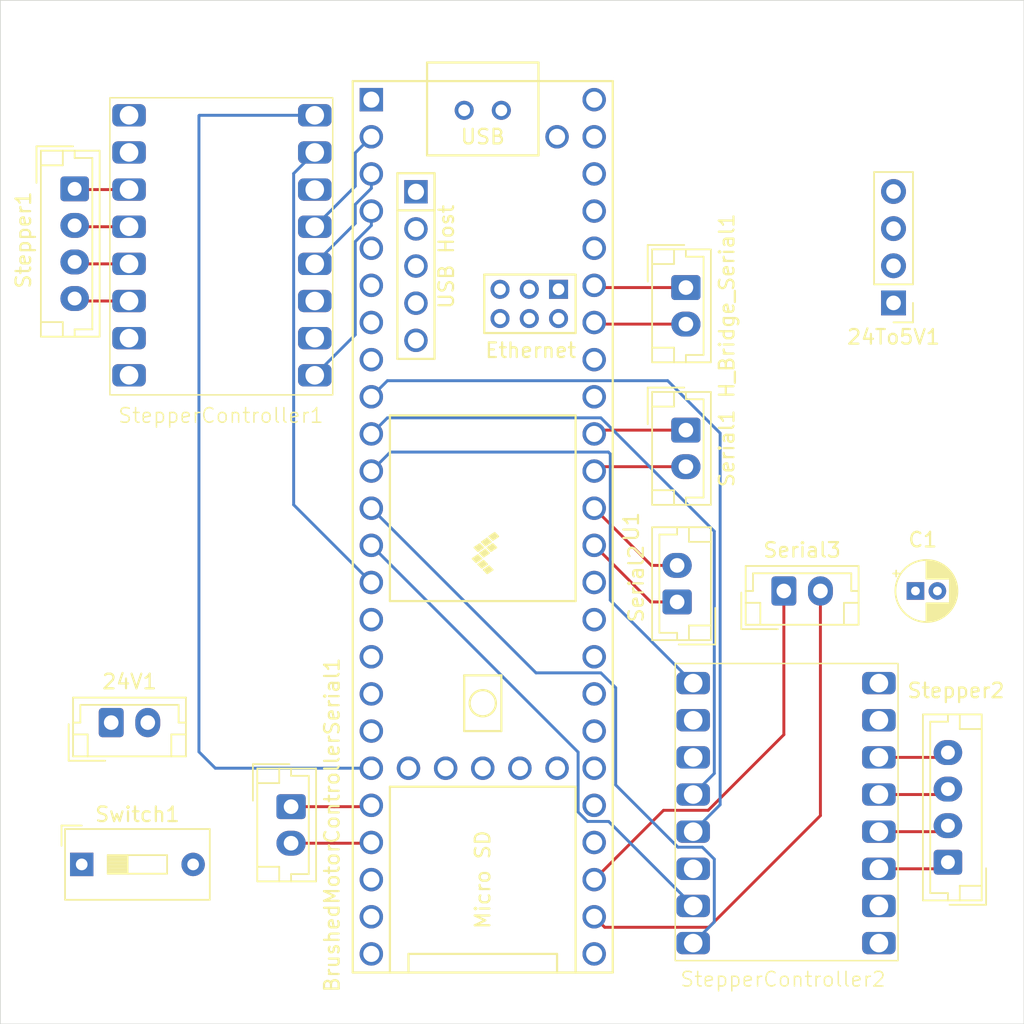
<source format=kicad_pcb>
(kicad_pcb (version 20240108) (generator "pcbnew") (generator_version "8.0")
  (layers (0 "F.Cu" signal "Data Lines 1") (1 "In1.Cu" power "GND") (2 "In2.Cu" power "VCC") (31 "B.Cu" signal "Data Lines 2") (34 "B.Paste" user) (35 "F.Paste" user) (36 "B.SilkS" user "B.Silkscreen") (37 "F.SilkS" user "F.Silkscreen") (38 "B.Mask" user) (39 "F.Mask" user) (44 "Edge.Cuts" user))
  (net 0 "")
  (net 2 "Net-(24To5V1-Vin)")
  (net 3 "Net-(24V1-Pin_1)")
  (net 4 "Net-(Stepper1-Pin_1)")
  (net 5 "Net-(Stepper1-Pin_3)")
  (net 6 "Net-(Stepper1-Pin_2)")
  (net 7 "Net-(Stepper1-Pin_4)")
  (net 8 "Net-(Stepper2-Pin_2)")
  (net 9 "Net-(Stepper2-Pin_4)")
  (net 10 "Net-(Stepper2-Pin_3)")
  (net 11 "Net-(Stepper2-Pin_1)")
  (net 55 "/TX_Stepper_Motor_1")
  (net 56 "/3v3_Stepper_Motor_1")
  (net 57 "/DIR_Stepper_Motor_1")
  (net 58 "/RX_Stepper_Motor_1")
  (net 59 "/OUT_2")
  (net 60 "/RX_Stepper_Motor_2")
  (net 61 "/3v3_Stepper_Motor_2")
  (net 62 "/OUT_1")
  (net 63 "/DIR_Stepper_Motor_2")
  (net 64 "/TX_Stepper_Motor_2")
  (net 65 "/STEP_Stepper_Motor_2")
  (net 66 "/RX_5_H_Bridge")
  (net 67 "/TX_5_H_Bridge")
  (net 68 "/RX_drill")
  (net 69 "/TX_drill")
  (net 70 "/RX_Serial_1")
  (net 71 "/TX_Serial_1")
  (net 72 "/RX_Serial_2")
  (net 73 "/TX_Serial_2")
  (net 74 "/RX_Serial_3")
  (net 75 "/TX_Serial_3")
  (net 76 "/GND_Teensy")
  (net 81 "Net-(24To5V1-Vout)")
  (net 82 "/STEP_Stepper_Motor_1")
  (footprint "Connector_JST:JST_EH_B2B-EH-A_1x02_P2.50mm_Vertical" (layer "F.Cu") (at 118.58 105.39)
    (property "Reference" "Serial3" (at 1.25 -2.8 0) (layer "F.SilkS"))
    (property "Value" "Conn_01x02")
    (pad "1" thru_hole roundrect (at 0 0) (size 1.7 2) (drill 1) (layers "*.Cu" "*.Mask") (roundrect_rratio 0.147059) (net 75 "/TX_Serial_3"))
    (pad "2" thru_hole oval (at 2.5 0) (size 1.7 2) (drill 1) (layers "*.Cu" "*.Mask") (net 74 "/RX_Serial_3"))
  )
  (footprint "Connector_PinHeader_2.54mm:PinHeader_1x04_P2.54mm_Vertical" (layer "F.Cu") (at 126.08 85.69 180)
    (property "Reference" "24To5V1" (at 0 -2.33 0) (layer "F.SilkS"))
    (property "Value" "~")
    (pad "1" thru_hole rect (at 0 0 180) (size 1.7 1.7) (drill 1) (layers "*.Cu" "*.Mask"))
    (pad "2" thru_hole oval (at 0 2.54 180) (size 1.7 1.7) (drill 1) (layers "*.Cu" "*.Mask") (net 2 "Net-(24To5V1-Vin)"))
    (pad "3" thru_hole oval (at 0 5.08 180) (size 1.7 1.7) (drill 1) (layers "*.Cu" "*.Mask") (net 76 "/GND_Teensy"))
    (pad "4" thru_hole oval (at 0 7.62 180) (size 1.7 1.7) (drill 1) (layers "*.Cu" "*.Mask") (net 81 "Net-(24To5V1-Vout)"))
  )
  (footprint "Connector_JST:JST_EH_B4B-EH-A_1x04_P2.50mm_Vertical" (layer "F.Cu") (at 129.8 123.94 90)
    (property "Reference" "Stepper2" (at 11.74 0.55 180) (layer "F.SilkS"))
    (property "Value" "Conn_01x04")
    (pad "1" thru_hole roundrect (at 0 0 90) (size 1.7 1.95) (drill 0.95) (layers "*.Cu" "*.Mask") (roundrect_rratio 0.147059) (net 11 "Net-(Stepper2-Pin_1)"))
    (pad "2" thru_hole oval (at 2.5 0 90) (size 1.7 1.95) (drill 0.95) (layers "*.Cu" "*.Mask") (net 8 "Net-(Stepper2-Pin_2)"))
    (pad "3" thru_hole oval (at 5 0 90) (size 1.7 1.95) (drill 0.95) (layers "*.Cu" "*.Mask") (net 10 "Net-(Stepper2-Pin_3)"))
    (pad "4" thru_hole oval (at 7.5 0 90) (size 1.7 1.95) (drill 0.95) (layers "*.Cu" "*.Mask") (net 9 "Net-(Stepper2-Pin_4)"))
  )
  (footprint "Bigtreetech_TMC2209:Bigtree_Tech_TMC2209_V1.3" (layer "F.Cu") (at 80.08 81.89 180)
    (property "Reference" "StepperController1" (at 0 -11.5 0) (layer "F.SilkS") (effects (font (thickness 0.1))))
    (property "Value" "~")
    (pad "1" thru_hole roundrect (at -6.42 -8.75 180) (size 2.286 1.524) (drill 1.27) (layers "*.Cu" "*.Mask") (net 59 "/OUT_2"))
    (pad "2" thru_hole roundrect (at -6.42 -6.21 180) (size 2.286 1.524) (drill 1.27) (layers "*.Cu" "*.Mask"))
    (pad "3" thru_hole roundrect (at -6.42 -3.67 180) (size 2.286 1.524) (drill 1.27) (layers "*.Cu" "*.Mask"))
    (pad "4" thru_hole roundrect (at -6.42 -1.13 180) (size 2.286 1.524) (drill 1.27) (layers "*.Cu" "*.Mask") (net 55 "/TX_Stepper_Motor_1"))
    (pad "5" thru_hole roundrect (at -6.42 1.41 180) (size 2.286 1.524) (drill 1.27) (layers "*.Cu" "*.Mask") (net 58 "/RX_Stepper_Motor_1"))
    (pad "6" thru_hole roundrect (at -6.42 3.95 180) (size 2.286 1.524) (drill 1.27) (layers "*.Cu" "*.Mask"))
    (pad "7" thru_hole roundrect (at -6.42 6.49 180) (size 2.286 1.524) (drill 1.27) (layers "*.Cu" "*.Mask") (net 82 "/STEP_Stepper_Motor_1"))
    (pad "8" thru_hole roundrect (at -6.42 9.03 180) (size 2.286 1.524) (drill 1.27) (layers "*.Cu" "*.Mask") (net 57 "/DIR_Stepper_Motor_1"))
    (pad "9" thru_hole roundrect (at 6.28 -8.75 180) (size 2.286 1.524) (drill 1.27) (layers "*.Cu" "*.Mask") (net 2 "Net-(24To5V1-Vin)"))
    (pad "10" thru_hole roundrect (at 6.28 -6.21 180) (size 2.286 1.524) (drill 1.27) (layers "*.Cu" "*.Mask") (net 76 "/GND_Teensy"))
    (pad "11" thru_hole roundrect (at 6.28 -3.67 180) (size 2.286 1.524) (drill 1.27) (layers "*.Cu" "*.Mask") (net 7 "Net-(Stepper1-Pin_4)"))
    (pad "12" thru_hole roundrect (at 6.28 -1.13 180) (size 2.286 1.524) (drill 1.27) (layers "*.Cu" "*.Mask") (net 5 "Net-(Stepper1-Pin_3)"))
    (pad "13" thru_hole roundrect (at 6.28 1.41 180) (size 2.286 1.524) (drill 1.27) (layers "*.Cu" "*.Mask") (net 6 "Net-(Stepper1-Pin_2)"))
    (pad "14" thru_hole roundrect (at 6.28 3.95 180) (size 2.286 1.524) (drill 1.27) (layers "*.Cu" "*.Mask") (net 4 "Net-(Stepper1-Pin_1)"))
    (pad "15" thru_hole roundrect (at 6.28 6.49 180) (size 2.286 1.524) (drill 1.27) (layers "*.Cu" "*.Mask") (net 56 "/3v3_Stepper_Motor_1"))
    (pad "16" thru_hole roundrect (at 6.28 9.03 180) (size 2.286 1.524) (drill 1.27) (layers "*.Cu" "*.Mask") (net 76 "/GND_Teensy"))
  )
  (footprint "Bigtreetech_TMC2209:Bigtree_Tech_TMC2209_V1.3" (layer "F.Cu") (at 118.8 120.44)
    (property "Reference" "StepperController2" (at -0.28 11.505 0) (layer "F.SilkS") (effects (font (thickness 0.1))))
    (property "Value" "~")
    (pad "1" thru_hole roundrect (at -6.42 -8.75) (size 2.286 1.524) (drill 1.27) (layers "*.Cu" "*.Mask") (net 62 "/OUT_1"))
    (pad "2" thru_hole roundrect (at -6.42 -6.21) (size 2.286 1.524) (drill 1.27) (layers "*.Cu" "*.Mask"))
    (pad "3" thru_hole roundrect (at -6.42 -3.67) (size 2.286 1.524) (drill 1.27) (layers "*.Cu" "*.Mask"))
    (pad "4" thru_hole roundrect (at -6.42 -1.13) (size 2.286 1.524) (drill 1.27) (layers "*.Cu" "*.Mask") (net 64 "/TX_Stepper_Motor_2"))
    (pad "5" thru_hole roundrect (at -6.42 1.41) (size 2.286 1.524) (drill 1.27) (layers "*.Cu" "*.Mask") (net 60 "/RX_Stepper_Motor_2"))
    (pad "6" thru_hole roundrect (at -6.42 3.95) (size 2.286 1.524) (drill 1.27) (layers "*.Cu" "*.Mask"))
    (pad "7" thru_hole roundrect (at -6.42 6.49) (size 2.286 1.524) (drill 1.27) (layers "*.Cu" "*.Mask") (net 65 "/STEP_Stepper_Motor_2"))
    (pad "8" thru_hole roundrect (at -6.42 9.03) (size 2.286 1.524) (drill 1.27) (layers "*.Cu" "*.Mask") (net 63 "/DIR_Stepper_Motor_2"))
    (pad "9" thru_hole roundrect (at 6.28 -8.75) (size 2.286 1.524) (drill 1.27) (layers "*.Cu" "*.Mask") (net 2 "Net-(24To5V1-Vin)"))
    (pad "10" thru_hole roundrect (at 6.28 -6.21) (size 2.286 1.524) (drill 1.27) (layers "*.Cu" "*.Mask") (net 76 "/GND_Teensy"))
    (pad "11" thru_hole roundrect (at 6.28 -3.67) (size 2.286 1.524) (drill 1.27) (layers "*.Cu" "*.Mask") (net 9 "Net-(Stepper2-Pin_4)"))
    (pad "12" thru_hole roundrect (at 6.28 -1.13) (size 2.286 1.524) (drill 1.27) (layers "*.Cu" "*.Mask") (net 10 "Net-(Stepper2-Pin_3)"))
    (pad "13" thru_hole roundrect (at 6.28 1.41) (size 2.286 1.524) (drill 1.27) (layers "*.Cu" "*.Mask") (net 8 "Net-(Stepper2-Pin_2)"))
    (pad "14" thru_hole roundrect (at 6.28 3.95) (size 2.286 1.524) (drill 1.27) (layers "*.Cu" "*.Mask") (net 11 "Net-(Stepper2-Pin_1)"))
    (pad "15" thru_hole roundrect (at 6.28 6.49) (size 2.286 1.524) (drill 1.27) (layers "*.Cu" "*.Mask") (net 61 "/3v3_Stepper_Motor_2"))
    (pad "16" thru_hole roundrect (at 6.28 9.03) (size 2.286 1.524) (drill 1.27) (layers "*.Cu" "*.Mask") (net 76 "/GND_Teensy"))
  )
  (footprint "Connector_JST:JST_EH_B2B-EH-A_1x02_P2.50mm_Vertical" (layer "F.Cu") (at 84.88 120.14 -90)
    (property "Reference" "BrushedMotorControllerSerial1" (at 1.25 -2.8 90) (layer "F.SilkS"))
    (property "Value" "Conn_01x02")
    (pad "1" thru_hole roundrect (at 0 0 270) (size 1.7 2) (drill 1) (layers "*.Cu" "*.Mask") (roundrect_rratio 0.147059) (net 68 "/RX_drill"))
    (pad "2" thru_hole oval (at 2.5 0 270) (size 1.7 2) (drill 1) (layers "*.Cu" "*.Mask") (net 69 "/TX_drill"))
  )
  (footprint "Teensy:Teensy41" (layer "F.Cu") (at 97.99 101 -90)
    (property "Reference" "U1" (at 0 -10.16 90) (layer "F.SilkS"))
    (property "Value" "Teensy4.1")
    (fp_text user "Ethernet" (at -12.065 -3.2766 0) (layer "F.SilkS"))
    (fp_text user "Micro SD" (at 24.13 0 90) (layer "F.SilkS"))
    (fp_text user "USB" (at -26.67 0 0) (layer "F.SilkS"))
    (fp_text user "USB Host" (at -18.4658 2.4892 90) (layer "F.SilkS"))
    (pad "1" thru_hole rect (at -29.21 7.62 270) (size 1.6 1.6) (drill 1.1) (layers "*.Cu" "*.Mask") (net 76 "/GND_Teensy"))
    (pad "2" thru_hole circle (at -26.67 7.62 270) (size 1.6 1.6) (drill 1.1) (layers "*.Cu" "*.Mask") (net 58 "/RX_Stepper_Motor_1"))
    (pad "3" thru_hole circle (at -24.13 7.62 270) (size 1.6 1.6) (drill 1.1) (layers "*.Cu" "*.Mask") (net 55 "/TX_Stepper_Motor_1"))
    (pad "4" thru_hole circle (at -21.59 7.62 270) (size 1.6 1.6) (drill 1.1) (layers "*.Cu" "*.Mask") (net 59 "/OUT_2"))
    (pad "5" thru_hole circle (at -19.05 7.62 270) (size 1.6 1.6) (drill 1.1) (layers "*.Cu" "*.Mask"))
    (pad "6" thru_hole circle (at -16.51 7.62 270) (size 1.6 1.6) (drill 1.1) (layers "*.Cu" "*.Mask"))
    (pad "7" thru_hole circle (at -13.97 7.62 270) (size 1.6 1.6) (drill 1.1) (layers "*.Cu" "*.Mask"))
    (pad "8" thru_hole circle (at -11.43 7.62 270) (size 1.6 1.6) (drill 1.1) (layers "*.Cu" "*.Mask"))
    (pad "9" thru_hole circle (at -8.89 7.62 270) (size 1.6 1.6) (drill 1.1) (layers "*.Cu" "*.Mask") (net 60 "/RX_Stepper_Motor_2"))
    (pad "10" thru_hole circle (at -6.35 7.62 270) (size 1.6 1.6) (drill 1.1) (layers "*.Cu" "*.Mask") (net 64 "/TX_Stepper_Motor_2"))
    (pad "11" thru_hole circle (at -3.81 7.62 270) (size 1.6 1.6) (drill 1.1) (layers "*.Cu" "*.Mask") (net 62 "/OUT_1"))
    (pad "12" thru_hole circle (at -1.27 7.62 270) (size 1.6 1.6) (drill 1.1) (layers "*.Cu" "*.Mask") (net 63 "/DIR_Stepper_Motor_2"))
    (pad "13" thru_hole circle (at 1.27 7.62 270) (size 1.6 1.6) (drill 1.1) (layers "*.Cu" "*.Mask") (net 65 "/STEP_Stepper_Motor_2"))
    (pad "14" thru_hole circle (at 3.81 7.62 270) (size 1.6 1.6) (drill 1.1) (layers "*.Cu" "*.Mask") (net 82 "/STEP_Stepper_Motor_1"))
    (pad "15" thru_hole circle (at 6.35 7.62 270) (size 1.6 1.6) (drill 1.1) (layers "*.Cu" "*.Mask") (net 61 "/3v3_Stepper_Motor_2"))
    (pad "16" thru_hole circle (at 8.89 7.62 270) (size 1.6 1.6) (drill 1.1) (layers "*.Cu" "*.Mask"))
    (pad "17" thru_hole circle (at 11.43 7.62 270) (size 1.6 1.6) (drill 1.1) (layers "*.Cu" "*.Mask"))
    (pad "18" thru_hole circle (at 13.97 7.62 270) (size 1.6 1.6) (drill 1.1) (layers "*.Cu" "*.Mask"))
    (pad "19" thru_hole circle (at 16.51 7.62 270) (size 1.6 1.6) (drill 1.1) (layers "*.Cu" "*.Mask") (net 57 "/DIR_Stepper_Motor_1"))
    (pad "20" thru_hole circle (at 19.05 7.62 270) (size 1.6 1.6) (drill 1.1) (layers "*.Cu" "*.Mask") (net 68 "/RX_drill"))
    (pad "21" thru_hole circle (at 21.59 7.62 270) (size 1.6 1.6) (drill 1.1) (layers "*.Cu" "*.Mask") (net 69 "/TX_drill"))
    (pad "22" thru_hole circle (at 24.13 7.62 270) (size 1.6 1.6) (drill 1.1) (layers "*.Cu" "*.Mask"))
    (pad "23" thru_hole circle (at 26.67 7.62 270) (size 1.6 1.6) (drill 1.1) (layers "*.Cu" "*.Mask"))
    (pad "24" thru_hole circle (at 29.21 7.62 270) (size 1.6 1.6) (drill 1.1) (layers "*.Cu" "*.Mask"))
    (pad "25" thru_hole circle (at 29.21 -7.62 270) (size 1.6 1.6) (drill 1.1) (layers "*.Cu" "*.Mask"))
    (pad "26" thru_hole circle (at 26.67 -7.62 270) (size 1.6 1.6) (drill 1.1) (layers "*.Cu" "*.Mask") (net 74 "/RX_Serial_3"))
    (pad "27" thru_hole circle (at 24.13 -7.62 270) (size 1.6 1.6) (drill 1.1) (layers "*.Cu" "*.Mask") (net 75 "/TX_Serial_3"))
    (pad "28" thru_hole circle (at 21.59 -7.62 270) (size 1.6 1.6) (drill 1.1) (layers "*.Cu" "*.Mask"))
    (pad "29" thru_hole circle (at 19.05 -7.62 270) (size 1.6 1.6) (drill 1.1) (layers "*.Cu" "*.Mask"))
    (pad "30" thru_hole circle (at 16.51 -7.62 270) (size 1.6 1.6) (drill 1.1) (layers "*.Cu" "*.Mask"))
    (pad "31" thru_hole circle (at 13.97 -7.62 270) (size 1.6 1.6) (drill 1.1) (layers "*.Cu" "*.Mask"))
    (pad "32" thru_hole circle (at 11.43 -7.62 270) (size 1.6 1.6) (drill 1.1) (layers "*.Cu" "*.Mask"))
    (pad "33" thru_hole circle (at 8.89 -7.62 270) (size 1.6 1.6) (drill 1.1) (layers "*.Cu" "*.Mask"))
    (pad "34" thru_hole circle (at 6.35 -7.62 270) (size 1.6 1.6) (drill 1.1) (layers "*.Cu" "*.Mask") (net 76 "/GND_Teensy"))
    (pad "35" thru_hole circle (at 3.81 -7.62 270) (size 1.6 1.6) (drill 1.1) (layers "*.Cu" "*.Mask"))
    (pad "36" thru_hole circle (at 1.27 -7.62 270) (size 1.6 1.6) (drill 1.1) (layers "*.Cu" "*.Mask") (net 73 "/TX_Serial_2"))
    (pad "37" thru_hole circle (at -1.27 -7.62 270) (size 1.6 1.6) (drill 1.1) (layers "*.Cu" "*.Mask") (net 72 "/RX_Serial_2"))
    (pad "38" thru_hole circle (at -3.81 -7.62 270) (size 1.6 1.6) (drill 1.1) (layers "*.Cu" "*.Mask") (net 70 "/RX_Serial_1"))
    (pad "39" thru_hole circle (at -6.35 -7.62 270) (size 1.6 1.6) (drill 1.1) (layers "*.Cu" "*.Mask") (net 71 "/TX_Serial_1"))
    (pad "40" thru_hole circle (at -8.89 -7.62 270) (size 1.6 1.6) (drill 1.1) (layers "*.Cu" "*.Mask"))
    (pad "41" thru_hole circle (at -11.43 -7.62 270) (size 1.6 1.6) (drill 1.1) (layers "*.Cu" "*.Mask"))
    (pad "42" thru_hole circle (at -13.97 -7.62 270) (size 1.6 1.6) (drill 1.1) (layers "*.Cu" "*.Mask") (net 67 "/TX_5_H_Bridge"))
    (pad "43" thru_hole circle (at -16.51 -7.62 270) (size 1.6 1.6) (drill 1.1) (layers "*.Cu" "*.Mask") (net 66 "/RX_5_H_Bridge"))
    (pad "44" thru_hole circle (at -19.05 -7.62 270) (size 1.6 1.6) (drill 1.1) (layers "*.Cu" "*.Mask"))
    (pad "45" thru_hole circle (at -21.59 -7.62 270) (size 1.6 1.6) (drill 1.1) (layers "*.Cu" "*.Mask"))
    (pad "46" thru_hole circle (at -24.13 -7.62 270) (size 1.6 1.6) (drill 1.1) (layers "*.Cu" "*.Mask") (net 56 "/3v3_Stepper_Motor_1"))
    (pad "47" thru_hole circle (at -26.67 -7.62 270) (size 1.6 1.6) (drill 1.1) (layers "*.Cu" "*.Mask") (net 76 "/GND_Teensy"))
    (pad "48" thru_hole circle (at -29.21 -7.62 270) (size 1.6 1.6) (drill 1.1) (layers "*.Cu" "*.Mask") (net 81 "Net-(24To5V1-Vout)"))
    (pad "49" thru_hole circle (at -26.67 -5.08 270) (size 1.6 1.6) (drill 1.1) (layers "*.Cu" "*.Mask"))
    (pad "50" thru_hole circle (at 16.51 5.08 270) (size 1.6 1.6) (drill 1.1) (layers "*.Cu" "*.Mask"))
    (pad "51" thru_hole circle (at 16.51 2.54 270) (size 1.6 1.6) (drill 1.1) (layers "*.Cu" "*.Mask"))
    (pad "52" thru_hole circle (at 16.51 0 270) (size 1.6 1.6) (drill 1.1) (layers "*.Cu" "*.Mask"))
    (pad "53" thru_hole circle (at 16.51 -2.54 270) (size 1.6 1.6) (drill 1.1) (layers "*.Cu" "*.Mask"))
    (pad "54" thru_hole circle (at 16.51 -5.08 270) (size 1.6 1.6) (drill 1.1) (layers "*.Cu" "*.Mask"))
    (pad "55" thru_hole rect (at -22.9108 4.5692 270) (size 1.6 1.6) (drill 1.1) (layers "*.Cu" "*.Mask"))
    (pad "56" thru_hole circle (at -20.3708 4.5692 270) (size 1.6 1.6) (drill 1.1) (layers "*.Cu" "*.Mask"))
    (pad "57" thru_hole circle (at -17.8308 4.5692 270) (size 1.6 1.6) (drill 1.1) (layers "*.Cu" "*.Mask"))
    (pad "58" thru_hole circle (at -15.2908 4.5692 270) (size 1.6 1.6) (drill 1.1) (layers "*.Cu" "*.Mask"))
    (pad "59" thru_hole circle (at -12.7508 4.5692 270) (size 1.6 1.6) (drill 1.1) (layers "*.Cu" "*.Mask"))
    (pad "60" thru_hole rect (at -16.24 -5.1816 270) (size 1.3 1.3) (drill 0.8) (layers "*.Cu" "*.Mask"))
    (pad "61" thru_hole circle (at -16.24 -3.1816 270) (size 1.3 1.3) (drill 0.8) (layers "*.Cu" "*.Mask"))
    (pad "62" thru_hole circle (at -16.24 -1.1816 270) (size 1.3 1.3) (drill 0.8) (layers "*.Cu" "*.Mask"))
    (pad "63" thru_hole circle (at -14.24 -1.1816 270) (size 1.3 1.3) (drill 0.8) (layers "*.Cu" "*.Mask"))
    (pad "64" thru_hole circle (at -14.24 -3.1816 270) (size 1.3 1.3) (drill 0.8) (layers "*.Cu" "*.Mask"))
    (pad "65" thru_hole circle (at -14.24 -5.1816 270) (size 1.3 1.3) (drill 0.8) (layers "*.Cu" "*.Mask"))
    (pad "66" thru_hole circle (at -28.48 -1.27 270) (size 1.3 1.3) (drill 0.8) (layers "*.Cu" "*.Mask"))
    (pad "67" thru_hole circle (at -28.48 1.27 270) (size 1.3 1.3) (drill 0.8) (layers "*.Cu" "*.Mask"))
  )
  (footprint "Capacitor_THT:CP_Radial_D4.0mm_P1.50mm" (layer "F.Cu") (at 127.58 105.39)
    (property "Reference" "C1" (at 0.5 -3.5 0) (layer "F.SilkS"))
    (property "Value" "C")
    (pad "1" thru_hole rect (at 0 0) (size 1.2 1.2) (drill 0.6) (layers "*.Cu" "*.Mask") (net 2 "Net-(24To5V1-Vin)"))
    (pad "2" thru_hole circle (at 1.5 0) (size 1.2 1.2) (drill 0.6) (layers "*.Cu" "*.Mask") (net 76 "/GND_Teensy"))
  )
  (footprint "Connector_JST:JST_EH_B2B-EH-A_1x02_P2.50mm_Vertical" (layer "F.Cu") (at 111.88 94.39 -90)
    (property "Reference" "Serial1" (at 1.25 -2.8 90) (layer "F.SilkS"))
    (property "Value" "Conn_01x02")
    (pad "1" thru_hole roundrect (at 0 0 270) (size 1.7 2) (drill 1) (layers "*.Cu" "*.Mask") (roundrect_rratio 0.147059) (net 71 "/TX_Serial_1"))
    (pad "2" thru_hole oval (at 2.5 0 270) (size 1.7 2) (drill 1) (layers "*.Cu" "*.Mask") (net 70 "/RX_Serial_1"))
  )
  (footprint "Connector_JST:JST_EH_B4B-EH-A_1x04_P2.50mm_Vertical" (layer "F.Cu") (at 70.08 77.89 -90)
    (property "Reference" "Stepper1" (at 3.5 3.5 90) (layer "F.SilkS"))
    (property "Value" "Conn_01x04")
    (pad "1" thru_hole roundrect (at 0 0 270) (size 1.7 1.95) (drill 0.95) (layers "*.Cu" "*.Mask") (roundrect_rratio 0.147059) (net 4 "Net-(Stepper1-Pin_1)"))
    (pad "2" thru_hole oval (at 2.5 0 270) (size 1.7 1.95) (drill 0.95) (layers "*.Cu" "*.Mask") (net 6 "Net-(Stepper1-Pin_2)"))
    (pad "3" thru_hole oval (at 5 0 270) (size 1.7 1.95) (drill 0.95) (layers "*.Cu" "*.Mask") (net 5 "Net-(Stepper1-Pin_3)"))
    (pad "4" thru_hole oval (at 7.5 0 270) (size 1.7 1.95) (drill 0.95) (layers "*.Cu" "*.Mask") (net 7 "Net-(Stepper1-Pin_4)"))
  )
  (footprint "Connector_JST:JST_EH_B2B-EH-A_1x02_P2.50mm_Vertical" (layer "F.Cu") (at 111.28 106.14 90)
    (property "Reference" "Serial2" (at 1.25 -2.8 90) (layer "F.SilkS"))
    (property "Value" "Conn_01x02")
    (pad "1" thru_hole roundrect (at 0 0 90) (size 1.7 2) (drill 1) (layers "*.Cu" "*.Mask") (roundrect_rratio 0.147059) (net 73 "/TX_Serial_2"))
    (pad "2" thru_hole oval (at 2.5 0 90) (size 1.7 2) (drill 1) (layers "*.Cu" "*.Mask") (net 72 "/RX_Serial_2"))
  )
  (footprint "Button_Switch_THT:SW_DIP_SPSTx01_Slide_9.78x4.72mm_W7.62mm_P2.54mm" (layer "F.Cu") (at 70.5625 124.09)
    (property "Reference" "Switch1" (at 3.81 -3.42 0) (layer "F.SilkS"))
    (property "Value" "SW_DIP_x01")
    (pad "1" thru_hole rect (at 0 0) (size 1.6 1.6) (drill 0.8) (layers "*.Cu" "*.Mask") (net 3 "Net-(24V1-Pin_1)"))
    (pad "2" thru_hole oval (at 7.62 0) (size 1.6 1.6) (drill 0.8) (layers "*.Cu" "*.Mask") (net 2 "Net-(24To5V1-Vin)"))
  )
  (footprint "Connector_JST:JST_EH_B2B-EH-A_1x02_P2.50mm_Vertical" (layer "F.Cu") (at 111.88 84.64 -90)
    (property "Reference" "H_Bridge_Serial1" (at 1.25 -2.8 90) (layer "F.SilkS"))
    (property "Value" "Conn_01x02")
    (pad "1" thru_hole roundrect (at 0 0 270) (size 1.7 2) (drill 1) (layers "*.Cu" "*.Mask") (roundrect_rratio 0.147059) (net 66 "/RX_5_H_Bridge"))
    (pad "2" thru_hole oval (at 2.5 0 270) (size 1.7 2) (drill 1) (layers "*.Cu" "*.Mask") (net 67 "/TX_5_H_Bridge"))
  )
  (footprint "Connector_JST:JST_EH_B2B-EH-A_1x02_P2.50mm_Vertical" (layer "F.Cu") (at 72.58 114.39)
    (property "Reference" "24V1" (at 1.25 -2.8 0) (layer "F.SilkS"))
    (property "Value" "Conn_01x02")
    (pad "1" thru_hole roundrect (at 0 0) (size 1.7 2) (drill 1) (layers "*.Cu" "*.Mask") (roundrect_rratio 0.147059) (net 3 "Net-(24V1-Pin_1)"))
    (pad "2" thru_hole oval (at 2.5 0) (size 1.7 2) (drill 1) (layers "*.Cu" "*.Mask") (net 76 "/GND_Teensy"))
  )
  (gr_rect (start 65 65) (end 135 135) (stroke (width 0.05)) (fill none) (layer "Edge.Cuts"))
  (segment (start 73.8 77.94) (end 70.13 77.94) (width 0.2) (layer "F.Cu") (net 4))
  (segment (start 70.13 77.94) (end 70.08 77.89) (width 0.2) (layer "F.Cu") (net 4))
  (segment (start 70.21 83.02) (end 70.08 82.89) (width 0.2) (layer "F.Cu") (net 5))
  (segment (start 73.8 83.02) (end 70.21 83.02) (width 0.2) (layer "F.Cu") (net 5))
  (segment (start 70.17 80.48) (end 70.08 80.39) (width 0.2) (layer "F.Cu") (net 6))
  (segment (start 73.8 80.48) (end 70.17 80.48) (width 0.2) (layer "F.Cu") (net 6))
  (segment (start 70.25 85.56) (end 70.08 85.39) (width 0.2) (layer "F.Cu") (net 7))
  (segment (start 73.8 85.56) (end 70.25 85.56) (width 0.2) (layer "F.Cu") (net 7))
  (segment (start 129.39 121.85) (end 129.8 121.44) (width 0.2) (layer "F.Cu") (net 8))
  (segment (start 125.08 121.85) (end 129.39 121.85) (width 0.2) (layer "F.Cu") (net 8))
  (segment (start 125.08 116.77) (end 129.47 116.77) (width 0.2) (layer "F.Cu") (net 9))
  (segment (start 129.47 116.77) (end 129.8 116.44) (width 0.2) (layer "F.Cu") (net 9))
  (segment (start 125.08 119.31) (end 129.43 119.31) (width 0.2) (layer "F.Cu") (net 10))
  (segment (start 129.43 119.31) (end 129.8 118.94) (width 0.2) (layer "F.Cu") (net 10))
  (segment (start 125.08 124.39) (end 129.35 124.39) (width 0.2) (layer "F.Cu") (net 11))
  (segment (start 129.35 124.39) (end 129.8 123.94) (width 0.2) (layer "F.Cu") (net 11))
  (segment (start 90.37 77.854365) (end 90.37 76.87) (width 0.2) (layer "B.Cu") (net 55))
  (segment (start 86.5 83.02) (end 89.27 80.25) (width 0.2) (layer "B.Cu") (net 55))
  (segment (start 89.27 78.954365) (end 90.37 77.854365) (width 0.2) (layer "B.Cu") (net 55))
  (segment (start 89.27 80.25) (end 89.27 78.954365) (width 0.2) (layer "B.Cu") (net 55))
  (segment (start 78.61 72.86) (end 78.58 72.89) (width 0.2) (layer "B.Cu") (net 57))
  (segment (start 78.58 72.89) (end 78.58 116.39) (width 0.2) (layer "B.Cu") (net 57))
  (segment (start 86.5 72.86) (end 78.61 72.86) (width 0.2) (layer "B.Cu") (net 57))
  (segment (start 79.7 117.51) (end 90.37 117.51) (width 0.2) (layer "B.Cu") (net 57))
  (segment (start 78.58 116.39) (end 79.7 117.51) (width 0.2) (layer "B.Cu") (net 57))
  (segment (start 89.27 77.71) (end 89.27 75.43) (width 0.2) (layer "B.Cu") (net 58))
  (segment (start 86.5 80.48) (end 89.27 77.71) (width 0.2) (layer "B.Cu") (net 58))
  (segment (start 89.27 75.43) (end 90.37 74.33) (width 0.2) (layer "B.Cu") (net 58))
  (segment (start 89.27 87.87) (end 89.27 81.494365) (width 0.2) (layer "B.Cu") (net 59))
  (segment (start 89.27 81.494365) (end 90.37 80.394365) (width 0.2) (layer "B.Cu") (net 59))
  (segment (start 86.5 90.64) (end 89.27 87.87) (width 0.2) (layer "B.Cu") (net 59))
  (segment (start 90.37 80.394365) (end 90.37 79.41) (width 0.2) (layer "B.Cu") (net 59))
  (segment (start 91.47 91.01) (end 90.37 92.11) (width 0.2) (layer "B.Cu") (net 60))
  (segment (start 114.223 94.598256) (end 110.634744 91.01) (width 0.2) (layer "B.Cu") (net 60))
  (segment (start 114.223 120.007) (end 114.223 94.598256) (width 0.2) (layer "B.Cu") (net 60))
  (segment (start 112.38 121.85) (end 114.223 120.007) (width 0.2) (layer "B.Cu") (net 60))
  (segment (start 110.634744 91.01) (end 91.47 91.01) (width 0.2) (layer "B.Cu") (net 60))
  (segment (start 91.67 95.89) (end 90.37 97.19) (width 0.2) (layer "B.Cu") (net 62))
  (segment (start 106.71 96.02) (end 106.58 95.89) (width 0.2) (layer "B.Cu") (net 62))
  (segment (start 106.71 106.02) (end 106.71 96.02) (width 0.2) (layer "B.Cu") (net 62))
  (segment (start 112.38 111.69) (end 106.71 106.02) (width 0.2) (layer "B.Cu") (net 62))
  (segment (start 106.58 95.89) (end 91.67 95.89) (width 0.2) (layer "B.Cu") (net 62))
  (segment (start 101.63 110.99) (end 90.37 99.73) (width 0.2) (layer "B.Cu") (net 63))
  (segment (start 106.065635 110.99) (end 101.63 110.99) (width 0.2) (layer "B.Cu") (net 63))
  (segment (start 112.38 129.47) (end 113.823 128.027) (width 0.2) (layer "B.Cu") (net 63))
  (segment (start 113.823 128.027) (end 113.823 123.72692) (width 0.2) (layer "B.Cu") (net 63))
  (segment (start 107.08 112.004365) (end 106.065635 110.99) (width 0.2) (layer "B.Cu") (net 63))
  (segment (start 111.33592 122.912) (end 107.08 118.65608) (width 0.2) (layer "B.Cu") (net 63))
  (segment (start 113.00808 122.912) (end 111.33592 122.912) (width 0.2) (layer "B.Cu") (net 63))
  (segment (start 113.823 123.72692) (end 113.00808 122.912) (width 0.2) (layer "B.Cu") (net 63))
  (segment (start 107.08 118.65608) (end 107.08 112.004365) (width 0.2) (layer "B.Cu") (net 63))
  (segment (start 113.823 101.307365) (end 106.065635 93.55) (width 0.2) (layer "B.Cu") (net 64))
  (segment (start 91.47 93.55) (end 90.37 94.65) (width 0.2) (layer "B.Cu") (net 64))
  (segment (start 113.823 117.867) (end 113.823 101.307365) (width 0.2) (layer "B.Cu") (net 64))
  (segment (start 112.38 119.31) (end 113.823 117.867) (width 0.2) (layer "B.Cu") (net 64))
  (segment (start 106.065635 93.55) (end 91.47 93.55) (width 0.2) (layer "B.Cu") (net 64))
  (segment (start 112.38 126.93) (end 106.6 121.15) (width 0.2) (layer "B.Cu") (net 65))
  (segment (start 104.51 116.41) (end 90.37 102.27) (width 0.2) (layer "B.Cu") (net 65))
  (segment (start 104.51 120.505635) (end 104.51 116.41) (width 0.2) (layer "B.Cu") (net 65))
  (segment (start 106.6 121.15) (end 105.154365 121.15) (width 0.2) (layer "B.Cu") (net 65))
  (segment (start 105.154365 121.15) (end 104.51 120.505635) (width 0.2) (layer "B.Cu") (net 65))
  (segment (start 111.88 84.64) (end 105.76 84.64) (width 0.2) (layer "F.Cu") (net 66))
  (segment (start 105.72 87.14) (end 105.61 87.03) (width 0.2) (layer "F.Cu") (net 67))
  (segment (start 111.88 87.14) (end 105.72 87.14) (width 0.2) (layer "F.Cu") (net 67))
  (segment (start 90.28 120.14) (end 90.37 120.05) (width 0.2) (layer "F.Cu") (net 68))
  (segment (start 84.88 120.14) (end 87.83 120.14) (width 0.2) (layer "F.Cu") (net 68))
  (segment (start 87.83 120.14) (end 90.28 120.14) (width 0.2) (layer "F.Cu") (net 68))
  (segment (start 90.32 122.64) (end 90.37 122.59) (width 0.2) (layer "F.Cu") (net 69))
  (segment (start 87.83 122.64) (end 90.32 122.64) (width 0.2) (layer "F.Cu") (net 69))
  (segment (start 84.88 122.64) (end 87.83 122.64) (width 0.2) (layer "F.Cu") (net 69))
  (segment (start 105.91 96.89) (end 105.61 97.19) (width 0.2) (layer "F.Cu") (net 70))
  (segment (start 111.88 96.89) (end 105.91 96.89) (width 0.2) (layer "F.Cu") (net 70))
  (segment (start 105.87 94.39) (end 105.61 94.65) (width 0.2) (layer "F.Cu") (net 71))
  (segment (start 111.88 94.39) (end 105.87 94.39) (width 0.2) (layer "F.Cu") (net 71))
  (segment (start 109.52 103.64) (end 105.61 99.73) (width 0.2) (layer "F.Cu") (net 72))
  (segment (start 111.28 103.64) (end 109.52 103.64) (width 0.2) (layer "F.Cu") (net 72))
  (segment (start 111.28 106.14) (end 109.48 106.14) (width 0.2) (layer "F.Cu") (net 73))
  (segment (start 109.48 106.14) (end 105.61 102.27) (width 0.2) (layer "F.Cu") (net 73))
  (segment (start 106.33 128.39) (end 105.61 127.67) (width 0.2) (layer "F.Cu") (net 74))
  (segment (start 121.08 105.39) (end 121.08 120.75208) (width 0.2) (layer "F.Cu") (net 74))
  (segment (start 113.44208 128.39) (end 106.33 128.39) (width 0.2) (layer "F.Cu") (net 74))
  (segment (start 121.08 120.75208) (end 113.44208 128.39) (width 0.2) (layer "F.Cu") (net 74))
  (segment (start 118.58 115.21608) (end 113.40608 120.39) (width 0.2) (layer "F.Cu") (net 75))
  (segment (start 118.58 105.39) (end 118.58 115.21608) (width 0.2) (layer "F.Cu") (net 75))
  (segment (start 113.40608 120.39) (end 110.35 120.39) (width 0.2) (layer "F.Cu") (net 75))
  (segment (start 110.35 120.39) (end 105.61 125.13) (width 0.2) (layer "F.Cu") (net 75))
  (segment (start 90.37 104.81) (end 85.057 99.497) (width 0.2) (layer "B.Cu") (net 82))
  (segment (start 85.057 99.497) (end 85.057 76.843) (width 0.2) (layer "B.Cu") (net 82))
  (segment (start 85.057 76.843) (end 86.5 75.4) (width 0.2) (layer "B.Cu") (net 82))
)
</source>
